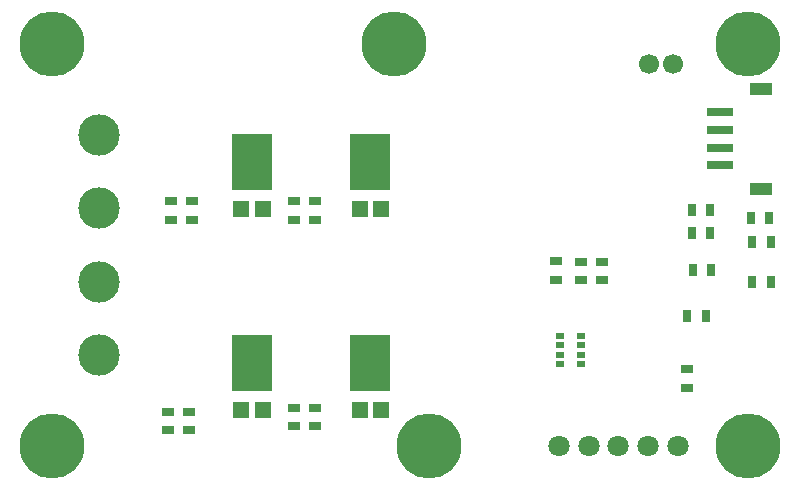
<source format=gbs>
G04 EasyPC Gerber Version 21.0.3 Build 4286 *
G04 #@! TF.Part,Single*
G04 #@! TF.FileFunction,Soldermask,Bot *
G04 #@! TF.FilePolarity,Negative *
%FSLAX34Y34*%
%MOMM*%
%ADD70R,0.65000X1.00000*%
G04 #@! TA.AperFunction,SMDPad*
%ADD138R,1.39000X1.40000*%
%ADD137R,3.36000X4.86000*%
%ADD136R,0.75000X0.50000*%
G04 #@! TD.AperFunction*
%ADD71R,1.00000X0.65000*%
G04 #@! TA.AperFunction,SMDPad*
%ADD134R,2.20000X0.80000*%
%ADD135R,1.90000X1.10000*%
G04 #@! TD.AperFunction*
%ADD15C,1.70000*%
G04 #@! TA.AperFunction,ComponentPad*
%ADD124C,1.80000*%
%ADD131C,3.50000*%
G04 #@! TA.AperFunction,WasherPad*
%ADD120C,5.50000*%
X0Y0D02*
D02*
D15*
X536635Y353635D02*
D03*
X556635D02*
D03*
D02*
D70*
X568885Y140635D02*
D03*
X572885Y210635D02*
D03*
Y230635D02*
D03*
X573885Y179635D02*
D03*
X584385Y140635D02*
D03*
X588385Y210635D02*
D03*
Y230635D02*
D03*
X589385Y179635D02*
D03*
X622885Y223635D02*
D03*
X623885Y169635D02*
D03*
Y203635D02*
D03*
X638385Y223635D02*
D03*
X639385Y169635D02*
D03*
Y203635D02*
D03*
D02*
D71*
X129135Y43635D02*
D03*
Y59135D02*
D03*
X131385Y222085D02*
D03*
Y237585D02*
D03*
X147135Y43635D02*
D03*
Y59135D02*
D03*
X149385Y222085D02*
D03*
Y237585D02*
D03*
X235635Y47385D02*
D03*
Y62885D02*
D03*
Y222085D02*
D03*
Y237585D02*
D03*
X253635Y47385D02*
D03*
Y62885D02*
D03*
Y222085D02*
D03*
Y237585D02*
D03*
X457885Y171385D02*
D03*
Y186885D02*
D03*
X478635Y170885D02*
D03*
Y186385D02*
D03*
X496635Y170885D02*
D03*
Y186385D02*
D03*
X568635Y79885D02*
D03*
Y95385D02*
D03*
D02*
D120*
X30635Y30635D02*
D03*
Y370635D02*
D03*
X320635D02*
D03*
X350635Y30635D02*
D03*
X620635D02*
D03*
Y370635D02*
D03*
D02*
D124*
X460635Y30635D02*
D03*
X485635D02*
D03*
X510635D02*
D03*
X535635D02*
D03*
X560635D02*
D03*
D02*
D131*
X70635Y107635D02*
D03*
Y169635D02*
D03*
Y231635D02*
D03*
Y293635D02*
D03*
D02*
D134*
X596635Y268135D02*
D03*
Y283135D02*
D03*
Y298135D02*
D03*
Y313135D02*
D03*
D02*
D135*
X631135Y248385D02*
D03*
Y332635D02*
D03*
D02*
D136*
X461185Y99635D02*
D03*
Y107635D02*
D03*
Y115635D02*
D03*
Y123635D02*
D03*
X478685Y99635D02*
D03*
Y107635D02*
D03*
Y115635D02*
D03*
Y123635D02*
D03*
D02*
D137*
X200635Y100635D02*
D03*
Y270635D02*
D03*
X300635Y100635D02*
D03*
Y270635D02*
D03*
D02*
D138*
X191385Y60885D02*
D03*
Y230885D02*
D03*
X209885Y60885D02*
D03*
Y230885D02*
D03*
X291385Y60885D02*
D03*
Y230885D02*
D03*
X309885Y60885D02*
D03*
Y230885D02*
D03*
X0Y0D02*
M02*

</source>
